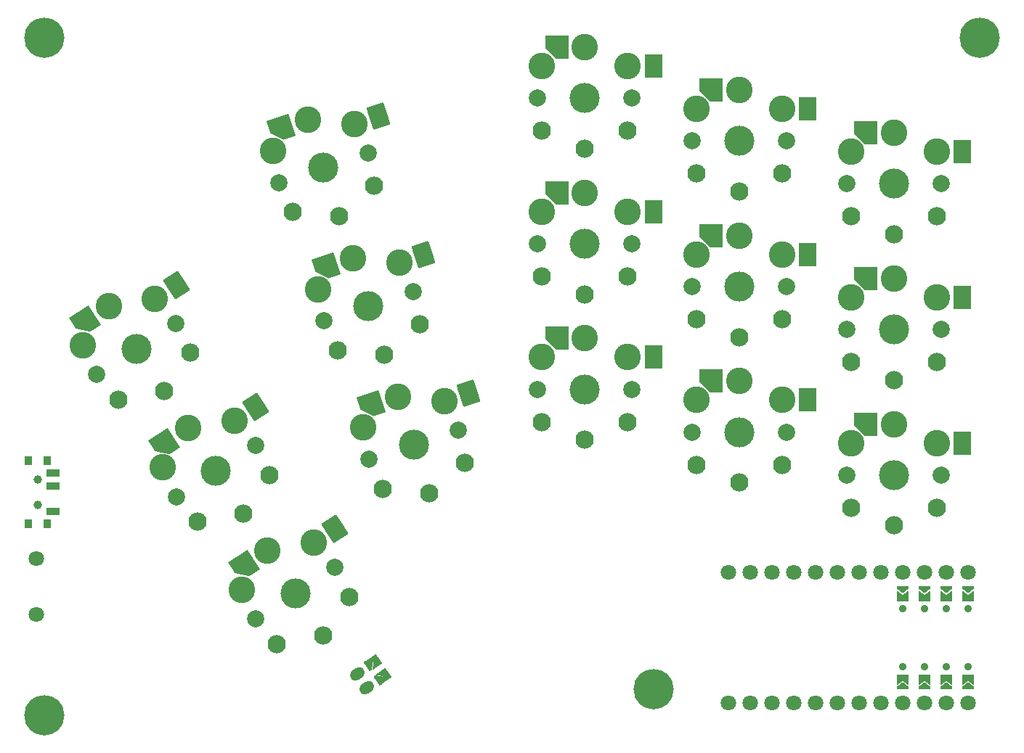
<source format=gbr>
%TF.GenerationSoftware,KiCad,Pcbnew,9.0.6*%
%TF.CreationDate,2025-12-19T17:46:44-08:00*%
%TF.ProjectId,aphelo30,61706865-6c6f-4333-902e-6b696361645f,v1.0.0*%
%TF.SameCoordinates,Original*%
%TF.FileFunction,Soldermask,Bot*%
%TF.FilePolarity,Negative*%
%FSLAX46Y46*%
G04 Gerber Fmt 4.6, Leading zero omitted, Abs format (unit mm)*
G04 Created by KiCad (PCBNEW 9.0.6) date 2025-12-19 17:46:44*
%MOMM*%
%LPD*%
G01*
G04 APERTURE LIST*
G04 Aperture macros list*
%AMRoundRect*
0 Rectangle with rounded corners*
0 $1 Rounding radius*
0 $2 $3 $4 $5 $6 $7 $8 $9 X,Y pos of 4 corners*
0 Add a 4 corners polygon primitive as box body*
4,1,4,$2,$3,$4,$5,$6,$7,$8,$9,$2,$3,0*
0 Add four circle primitives for the rounded corners*
1,1,$1+$1,$2,$3*
1,1,$1+$1,$4,$5*
1,1,$1+$1,$6,$7*
1,1,$1+$1,$8,$9*
0 Add four rect primitives between the rounded corners*
20,1,$1+$1,$2,$3,$4,$5,0*
20,1,$1+$1,$4,$5,$6,$7,0*
20,1,$1+$1,$6,$7,$8,$9,0*
20,1,$1+$1,$8,$9,$2,$3,0*%
%AMHorizOval*
0 Thick line with rounded ends*
0 $1 width*
0 $2 $3 position (X,Y) of the first rounded end (center of the circle)*
0 $4 $5 position (X,Y) of the second rounded end (center of the circle)*
0 Add line between two ends*
20,1,$1,$2,$3,$4,$5,0*
0 Add two circle primitives to create the rounded ends*
1,1,$1,$2,$3*
1,1,$1,$4,$5*%
%AMFreePoly0*
4,1,16,0.635355,0.285355,0.650000,0.250000,0.650000,-1.000000,0.635355,-1.035356,0.599999,-1.050000,0.564645,-1.035355,0.000000,-0.470710,-0.564645,-1.035355,-0.600000,-1.050000,-0.635355,-1.035355,-0.650000,-1.000000,-0.650000,0.250000,-0.635355,0.285354,-0.600000,0.300000,0.599999,0.300000,0.635355,0.285355,0.635355,0.285355,$1*%
%AMFreePoly1*
4,1,14,0.035355,0.435355,0.635355,-0.164645,0.650000,-0.200000,0.650000,-0.400000,0.635355,-0.435355,0.600000,-0.450001,-0.600000,-0.450000,-0.635355,-0.435355,-0.650000,-0.400001,-0.650000,-0.200000,-0.635355,-0.164645,-0.035355,0.435355,0.000000,0.449999,0.035355,0.435355,0.035355,0.435355,$1*%
%AMFreePoly2*
4,1,14,1.335354,1.335355,1.350000,1.299999,1.350000,-1.300000,1.335355,-1.335354,1.299999,-1.350000,-0.117000,-1.350000,-0.152355,-1.335355,-1.335355,-0.152355,-1.349999,-0.117000,-1.350000,1.300000,-1.335355,1.335354,-1.299999,1.350000,1.300000,1.350000,1.335354,1.335355,1.335354,1.335355,$1*%
%AMFreePoly3*
4,1,16,-0.214645,0.660355,-0.210957,0.656235,0.289043,0.031235,0.299694,-0.005522,0.289043,-0.031235,-0.210957,-0.656235,-0.244478,-0.674694,-0.250000,-0.675000,-0.500000,-0.675000,-0.535355,-0.660355,-0.550000,-0.625000,-0.550000,0.625000,-0.535355,0.660355,-0.500000,0.675000,-0.250000,0.675000,-0.214645,0.660355,-0.214645,0.660355,$1*%
%AMFreePoly4*
4,1,16,0.535355,0.660355,0.550000,0.625000,0.550000,-0.625000,0.535355,-0.660355,0.500000,-0.675000,-0.650000,-0.675000,-0.685355,-0.660355,-0.700000,-0.625000,-0.689043,-0.593765,-0.214031,0.000000,-0.689043,0.593765,-0.699694,0.630522,-0.681235,0.664043,-0.650000,0.675000,0.500000,0.675000,0.535355,0.660355,0.535355,0.660355,$1*%
G04 Aperture macros list end*
%ADD10C,4.700000*%
%ADD11FreePoly0,305.000000*%
%ADD12FreePoly1,305.000000*%
%ADD13HorizOval,1.300000X0.225267X0.157734X-0.225267X-0.157734X0*%
%ADD14C,1.800000*%
%ADD15C,3.500000*%
%ADD16C,2.000000*%
%ADD17C,3.100000*%
%ADD18FreePoly2,33.000000*%
%ADD19RoundRect,0.050000X-0.130640X-1.634911X1.546701X-0.545633X0.130640X1.634911X-1.546701X0.545633X0*%
%ADD20C,2.132000*%
%ADD21RoundRect,0.050000X-1.000000X-1.300000X1.000000X-1.300000X1.000000X1.300000X-1.000000X1.300000X0*%
%ADD22FreePoly2,0.000000*%
%ADD23RoundRect,0.050000X-0.549334X-1.545390X1.352779X-0.927356X0.549334X1.545390X-1.352779X0.927356X0*%
%ADD24FreePoly2,18.000000*%
%ADD25FreePoly3,90.000000*%
%ADD26FreePoly4,90.000000*%
%ADD27FreePoly4,270.000000*%
%ADD28FreePoly3,270.000000*%
%ADD29C,0.900000*%
%ADD30C,1.000000*%
%ADD31RoundRect,0.050000X0.750000X-0.350000X0.750000X0.350000X-0.750000X0.350000X-0.750000X-0.350000X0*%
%ADD32RoundRect,0.050000X0.400000X-0.500000X0.400000X0.500000X-0.400000X0.500000X-0.400000X-0.500000X0*%
G04 APERTURE END LIST*
D10*
%TO.C,MH1*%
X70771796Y-114202529D03*
%TD*%
D11*
%TO.C,JST1*%
X110652105Y-109406490D03*
X109504952Y-107768186D03*
D12*
X108672693Y-108350939D03*
X109819846Y-109989243D03*
D13*
X107198220Y-109383377D03*
X108345372Y-111021681D03*
%TD*%
D14*
%TO.C,RST1*%
X69771796Y-95952529D03*
X69771796Y-102452529D03*
%TD*%
D15*
%TO.C,S1*%
X100000000Y-100000000D03*
D16*
X104612688Y-97004485D03*
X95387312Y-102995515D03*
D17*
X96759398Y-95009910D03*
X93764251Y-99578181D03*
D18*
X94012752Y-96793603D03*
D19*
X104646001Y-92511489D03*
D17*
X102150956Y-94131790D03*
D20*
X103213370Y-104948156D03*
X106262981Y-100463753D03*
X97876275Y-105910143D03*
%TD*%
%TO.C,S8*%
X128771796Y-63002529D03*
X138771796Y-63002529D03*
X133771796Y-65102529D03*
D17*
X138771796Y-55452529D03*
D21*
X141746796Y-55452529D03*
D22*
X130496796Y-53252529D03*
D17*
X128771796Y-55452529D03*
X133771796Y-53252529D03*
D16*
X128271796Y-59202529D03*
X139271796Y-59202529D03*
D15*
X133771796Y-59202529D03*
%TD*%
D20*
%TO.C,S9*%
X128771796Y-46002529D03*
X138771796Y-46002529D03*
X133771796Y-48102529D03*
D17*
X138771796Y-38452529D03*
D21*
X141746796Y-38452529D03*
D22*
X130496796Y-36252529D03*
D17*
X128771796Y-38452529D03*
X133771796Y-36252529D03*
D16*
X128271796Y-42202529D03*
X139271796Y-42202529D03*
D15*
X133771796Y-42202529D03*
%TD*%
D20*
%TO.C,S2*%
X88617411Y-91652743D03*
X97004117Y-86206353D03*
X93954506Y-90690756D03*
D17*
X92892092Y-79874390D03*
D19*
X95387137Y-78254089D03*
D18*
X84753888Y-82536203D03*
D17*
X84505387Y-85320781D03*
X87500534Y-80752510D03*
D16*
X86128448Y-88738115D03*
X95353824Y-82747085D03*
D15*
X90741136Y-85742600D03*
%TD*%
D20*
%TO.C,S3*%
X79358548Y-77395344D03*
X87745254Y-71948954D03*
X84695643Y-76433357D03*
D17*
X83633229Y-65616991D03*
D19*
X86128274Y-63996690D03*
D18*
X75495025Y-68278804D03*
D17*
X75246524Y-71063382D03*
X78241671Y-66495111D03*
D16*
X76869585Y-74480716D03*
X86094961Y-68489686D03*
D15*
X81482273Y-71485201D03*
%TD*%
D20*
%TO.C,S4*%
X110218591Y-87850986D03*
X119729156Y-84760816D03*
X115622809Y-88303119D03*
D17*
X117396078Y-77580339D03*
D23*
X120225471Y-76661014D03*
D24*
X108846248Y-78045130D03*
D17*
X107885513Y-80670509D03*
X111960958Y-77033100D03*
D16*
X108568798Y-84391479D03*
X119030420Y-80992293D03*
D15*
X113799609Y-82691886D03*
%TD*%
D20*
%TO.C,S5*%
X104965302Y-71683025D03*
X114475867Y-68592855D03*
X110369520Y-72135158D03*
D17*
X112142789Y-61412378D03*
D23*
X114972182Y-60493053D03*
D24*
X103592959Y-61877169D03*
D17*
X102632224Y-64502548D03*
X106707669Y-60865139D03*
D16*
X103315509Y-68223518D03*
X113777131Y-64824332D03*
D15*
X108546320Y-66523925D03*
%TD*%
D20*
%TO.C,S6*%
X99712013Y-55515065D03*
X109222578Y-52424895D03*
X105116231Y-55967198D03*
D17*
X106889500Y-45244418D03*
D23*
X109718893Y-44325093D03*
D24*
X98339670Y-45709209D03*
D17*
X97378935Y-48334588D03*
X101454380Y-44697179D03*
D16*
X98062220Y-52055558D03*
X108523842Y-48656372D03*
D15*
X103293031Y-50355965D03*
%TD*%
D20*
%TO.C,S7*%
X128771796Y-80002529D03*
X138771796Y-80002529D03*
X133771796Y-82102529D03*
D17*
X138771796Y-72452529D03*
D21*
X141746796Y-72452529D03*
D22*
X130496796Y-70252529D03*
D17*
X128771796Y-72452529D03*
X133771796Y-70252529D03*
D16*
X128271796Y-76202529D03*
X139271796Y-76202529D03*
D15*
X133771796Y-76202529D03*
%TD*%
D20*
%TO.C,S10*%
X146771796Y-85002529D03*
X156771796Y-85002529D03*
X151771796Y-87102529D03*
D17*
X156771796Y-77452529D03*
D21*
X159746796Y-77452529D03*
D22*
X148496796Y-75252529D03*
D17*
X146771796Y-77452529D03*
X151771796Y-75252529D03*
D16*
X146271796Y-81202529D03*
X157271796Y-81202529D03*
D15*
X151771796Y-81202529D03*
%TD*%
D20*
%TO.C,S11*%
X146771796Y-68002529D03*
X156771796Y-68002529D03*
X151771796Y-70102529D03*
D17*
X156771796Y-60452529D03*
D21*
X159746796Y-60452529D03*
D22*
X148496796Y-58252529D03*
D17*
X146771796Y-60452529D03*
X151771796Y-58252529D03*
D16*
X146271796Y-64202529D03*
X157271796Y-64202529D03*
D15*
X151771796Y-64202529D03*
%TD*%
D20*
%TO.C,S12*%
X146771796Y-51002529D03*
X156771796Y-51002529D03*
X151771796Y-53102529D03*
D17*
X156771796Y-43452529D03*
D21*
X159746796Y-43452529D03*
D22*
X148496796Y-41252529D03*
D17*
X146771796Y-43452529D03*
X151771796Y-41252529D03*
D16*
X146271796Y-47202529D03*
X157271796Y-47202529D03*
D15*
X151771796Y-47202529D03*
%TD*%
D20*
%TO.C,S13*%
X164771796Y-90002529D03*
X174771796Y-90002529D03*
X169771796Y-92102529D03*
D17*
X174771796Y-82452529D03*
D21*
X177746796Y-82452529D03*
D22*
X166496796Y-80252529D03*
D17*
X164771796Y-82452529D03*
X169771796Y-80252529D03*
D16*
X164271796Y-86202529D03*
X175271796Y-86202529D03*
D15*
X169771796Y-86202529D03*
%TD*%
D20*
%TO.C,S14*%
X164771796Y-73002529D03*
X174771796Y-73002529D03*
X169771796Y-75102529D03*
D17*
X174771796Y-65452529D03*
D21*
X177746796Y-65452529D03*
D22*
X166496796Y-63252529D03*
D17*
X164771796Y-65452529D03*
X169771796Y-63252529D03*
D16*
X164271796Y-69202529D03*
X175271796Y-69202529D03*
D15*
X169771796Y-69202529D03*
%TD*%
D20*
%TO.C,S15*%
X164771796Y-56002529D03*
X174771796Y-56002529D03*
X169771796Y-58102529D03*
D17*
X174771796Y-48452529D03*
D21*
X177746796Y-48452529D03*
D22*
X166496796Y-46252529D03*
D17*
X164771796Y-48452529D03*
X169771796Y-46252529D03*
D16*
X164271796Y-52202529D03*
X175271796Y-52202529D03*
D15*
X169771796Y-52202529D03*
%TD*%
D14*
%TO.C,MCU1*%
X150531796Y-112822529D03*
X150531796Y-97582529D03*
X153071796Y-112822529D03*
X153071796Y-97582529D03*
X155611796Y-112822529D03*
X155611796Y-97582529D03*
X158151796Y-112822529D03*
X158151796Y-97582529D03*
X160691796Y-112822529D03*
X160691796Y-97582529D03*
X163231796Y-112822529D03*
X163231796Y-97582529D03*
X165771796Y-112822529D03*
X165771796Y-97582529D03*
X168311796Y-112822529D03*
X168311796Y-97582529D03*
D25*
X170851796Y-110702529D03*
D26*
X170851796Y-109977529D03*
D27*
X170851796Y-100427529D03*
D28*
X170851796Y-99702529D03*
D29*
X170851796Y-108602529D03*
X170851796Y-101802529D03*
D14*
X170851796Y-112822529D03*
X170851796Y-97582529D03*
D25*
X173391796Y-110702529D03*
D26*
X173391796Y-109977529D03*
D27*
X173391796Y-100427529D03*
D28*
X173391796Y-99702529D03*
D29*
X173391796Y-108602529D03*
X173391796Y-101802529D03*
D14*
X173391796Y-112822529D03*
X173391796Y-97582529D03*
D25*
X175931796Y-110702529D03*
D26*
X175931796Y-109977529D03*
D27*
X175931796Y-100427529D03*
D28*
X175931796Y-99702529D03*
D29*
X175931796Y-108602529D03*
X175931796Y-101802529D03*
D14*
X175931796Y-112822529D03*
X175931796Y-97582529D03*
D25*
X178471796Y-110702529D03*
D26*
X178471796Y-109977529D03*
D27*
X178471796Y-100427529D03*
D28*
X178471796Y-99702529D03*
D29*
X178471796Y-108602529D03*
X178471796Y-101802529D03*
D14*
X178471796Y-112822529D03*
X178471796Y-97582529D03*
%TD*%
D30*
%TO.C,PWR1*%
X70000000Y-86702529D03*
X70000000Y-89702529D03*
D31*
X71760000Y-85952529D03*
X71760000Y-87452529D03*
X71760000Y-90452529D03*
D32*
X68900000Y-84552529D03*
X71110000Y-84552529D03*
X68900000Y-91852529D03*
X71110000Y-91852529D03*
%TD*%
D10*
%TO.C,MH3*%
X179771796Y-35202529D03*
%TD*%
%TO.C,MH4*%
X141771796Y-111202529D03*
%TD*%
%TO.C,MH2*%
X70771796Y-35202529D03*
%TD*%
M02*

</source>
